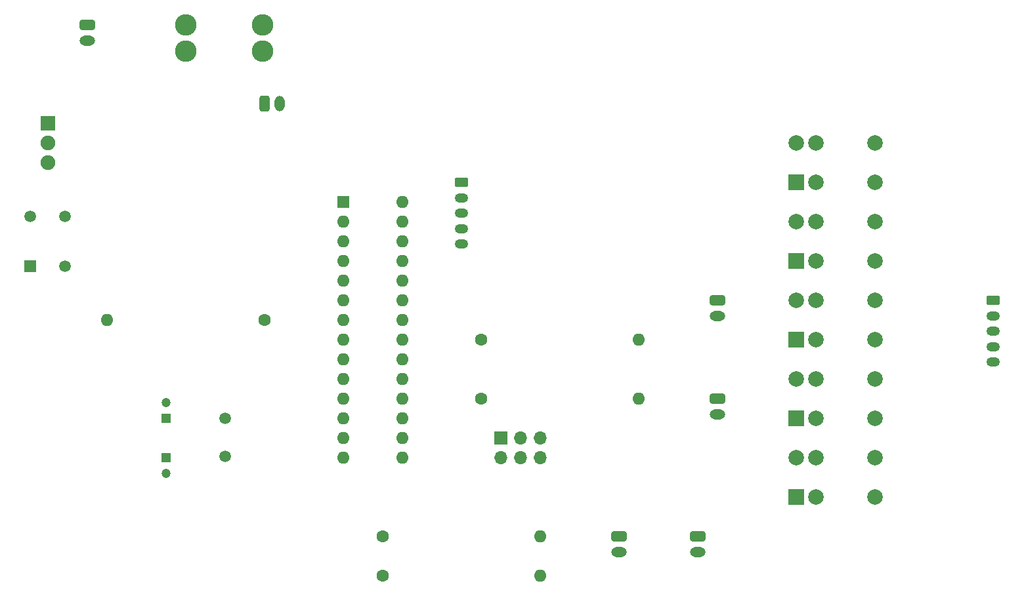
<source format=gbr>
%TF.GenerationSoftware,KiCad,Pcbnew,(5.99.0-7306-g4b2d9a5054)*%
%TF.CreationDate,2020-12-03T04:12:58-05:00*%
%TF.ProjectId,CaRFID,43615246-4944-42e6-9b69-6361645f7063,rev?*%
%TF.SameCoordinates,Original*%
%TF.FileFunction,Soldermask,Bot*%
%TF.FilePolarity,Negative*%
%FSLAX46Y46*%
G04 Gerber Fmt 4.6, Leading zero omitted, Abs format (unit mm)*
G04 Created by KiCad (PCBNEW (5.99.0-7306-g4b2d9a5054)) date 2020-12-03 04:12:58*
%MOMM*%
%LPD*%
G01*
G04 APERTURE LIST*
G04 Aperture macros list*
%AMRoundRect*
0 Rectangle with rounded corners*
0 $1 Rounding radius*
0 $2 $3 $4 $5 $6 $7 $8 $9 X,Y pos of 4 corners*
0 Add a 4 corners polygon primitive as box body*
4,1,4,$2,$3,$4,$5,$6,$7,$8,$9,$2,$3,0*
0 Add four circle primitives for the rounded corners*
1,1,$1+$1,$2,$3,0*
1,1,$1+$1,$4,$5,0*
1,1,$1+$1,$6,$7,0*
1,1,$1+$1,$8,$9,0*
0 Add four rect primitives between the rounded corners*
20,1,$1+$1,$2,$3,$4,$5,0*
20,1,$1+$1,$4,$5,$6,$7,0*
20,1,$1+$1,$6,$7,$8,$9,0*
20,1,$1+$1,$8,$9,$2,$3,0*%
G04 Aperture macros list end*
%ADD10C,1.910000*%
%ADD11R,1.910000X1.910000*%
%ADD12RoundRect,0.250000X-0.750000X-0.400000X0.750000X-0.400000X0.750000X0.400000X-0.750000X0.400000X0*%
%ADD13O,2.000000X1.300000*%
%ADD14RoundRect,0.250000X0.400000X-0.750000X0.400000X0.750000X-0.400000X0.750000X-0.400000X-0.750000X0*%
%ADD15O,1.300000X2.000000*%
%ADD16R,1.200000X1.200000*%
%ADD17C,1.200000*%
%ADD18R,2.000000X2.000000*%
%ADD19C,2.000000*%
%ADD20R,1.700000X1.700000*%
%ADD21O,1.700000X1.700000*%
%ADD22R,1.600000X1.600000*%
%ADD23O,1.600000X1.600000*%
%ADD24C,1.600000*%
%ADD25RoundRect,0.250000X-0.625000X0.350000X-0.625000X-0.350000X0.625000X-0.350000X0.625000X0.350000X0*%
%ADD26O,1.750000X1.200000*%
%ADD27C,2.780000*%
%ADD28R,1.498000X1.498000*%
%ADD29C,1.498000*%
%ADD30C,1.500000*%
G04 APERTURE END LIST*
D10*
%TO.C,U1*%
X22860000Y-68580000D03*
X22860000Y-66040000D03*
D11*
X22860000Y-63500000D03*
%TD*%
D12*
%TO.C,SW0*%
X27940000Y-50800000D03*
D13*
X27940000Y-52800000D03*
%TD*%
D12*
%TO.C,SW1*%
X106680000Y-116840000D03*
D13*
X106680000Y-118840000D03*
%TD*%
D12*
%TO.C,SW2*%
X96520000Y-116840000D03*
D13*
X96520000Y-118840000D03*
%TD*%
D12*
%TO.C,D0*%
X109220000Y-86360000D03*
D13*
X109220000Y-88360000D03*
%TD*%
D12*
%TO.C,D1*%
X109220000Y-99060000D03*
D13*
X109220000Y-101060000D03*
%TD*%
D14*
%TO.C,J1*%
X50800000Y-60960000D03*
D15*
X52800000Y-60960000D03*
%TD*%
D16*
%TO.C,C0*%
X38100000Y-101600000D03*
D17*
X38100000Y-99600000D03*
%TD*%
D18*
%TO.C,K2*%
X119380000Y-91440000D03*
D19*
X121920000Y-91440000D03*
X129540000Y-91440000D03*
X129540000Y-86360000D03*
X121920000Y-86360000D03*
X119380000Y-86360000D03*
%TD*%
D18*
%TO.C,K0*%
X119380000Y-71120000D03*
D19*
X121920000Y-71120000D03*
X129540000Y-71120000D03*
X129540000Y-66040000D03*
X121920000Y-66040000D03*
X119380000Y-66040000D03*
%TD*%
D20*
%TO.C,J2*%
X81280000Y-104140000D03*
D21*
X81280000Y-106680000D03*
X83820000Y-104140000D03*
X83820000Y-106680000D03*
X86360000Y-104140000D03*
X86360000Y-106680000D03*
%TD*%
D18*
%TO.C,K4*%
X119380000Y-111760000D03*
D19*
X121920000Y-111760000D03*
X129540000Y-111760000D03*
X129540000Y-106680000D03*
X121920000Y-106680000D03*
X119380000Y-106680000D03*
%TD*%
D22*
%TO.C,U0*%
X60960000Y-73660000D03*
D23*
X60960000Y-76200000D03*
X60960000Y-78740000D03*
X60960000Y-81280000D03*
X60960000Y-83820000D03*
X60960000Y-86360000D03*
X60960000Y-88900000D03*
X60960000Y-91440000D03*
X60960000Y-93980000D03*
X60960000Y-96520000D03*
X60960000Y-99060000D03*
X60960000Y-101600000D03*
X60960000Y-104140000D03*
X60960000Y-106680000D03*
X68580000Y-106680000D03*
X68580000Y-104140000D03*
X68580000Y-101600000D03*
X68580000Y-99060000D03*
X68580000Y-96520000D03*
X68580000Y-93980000D03*
X68580000Y-91440000D03*
X68580000Y-88900000D03*
X68580000Y-86360000D03*
X68580000Y-83820000D03*
X68580000Y-81280000D03*
X68580000Y-78740000D03*
X68580000Y-76200000D03*
X68580000Y-73660000D03*
%TD*%
D24*
%TO.C,R2*%
X66040000Y-116840000D03*
D23*
X86360000Y-116840000D03*
%TD*%
D24*
%TO.C,R4*%
X50800000Y-88900000D03*
D23*
X30480000Y-88900000D03*
%TD*%
D18*
%TO.C,K1*%
X119380000Y-81280000D03*
D19*
X121920000Y-81280000D03*
X129540000Y-81280000D03*
X129540000Y-76200000D03*
X121920000Y-76200000D03*
X119380000Y-76200000D03*
%TD*%
D24*
%TO.C,R0*%
X78740000Y-91440000D03*
D23*
X99060000Y-91440000D03*
%TD*%
D25*
%TO.C,J3*%
X144780000Y-86360000D03*
D26*
X144780000Y-88360000D03*
X144780000Y-90360000D03*
X144780000Y-92360000D03*
X144780000Y-94360000D03*
%TD*%
D27*
%TO.C,F0*%
X40640000Y-54200000D03*
X40640000Y-50800000D03*
X50560000Y-50800000D03*
X50560000Y-54200000D03*
%TD*%
D24*
%TO.C,R3*%
X66040000Y-121920000D03*
D23*
X86360000Y-121920000D03*
%TD*%
D28*
%TO.C,SW3*%
X20610000Y-81990000D03*
D29*
X20610000Y-75490000D03*
X25110000Y-81990000D03*
X25110000Y-75490000D03*
%TD*%
D24*
%TO.C,R1*%
X78740000Y-99060000D03*
D23*
X99060000Y-99060000D03*
%TD*%
D18*
%TO.C,K3*%
X119380000Y-101600000D03*
D19*
X121920000Y-101600000D03*
X129540000Y-101600000D03*
X129540000Y-96520000D03*
X121920000Y-96520000D03*
X119380000Y-96520000D03*
%TD*%
D25*
%TO.C,J0*%
X76200000Y-71120000D03*
D26*
X76200000Y-73120000D03*
X76200000Y-75120000D03*
X76200000Y-77120000D03*
X76200000Y-79120000D03*
%TD*%
D30*
%TO.C,Y0*%
X45720000Y-101600000D03*
X45720000Y-106480000D03*
%TD*%
D16*
%TO.C,C1*%
X38100000Y-106680000D03*
D17*
X38100000Y-108680000D03*
%TD*%
M02*

</source>
